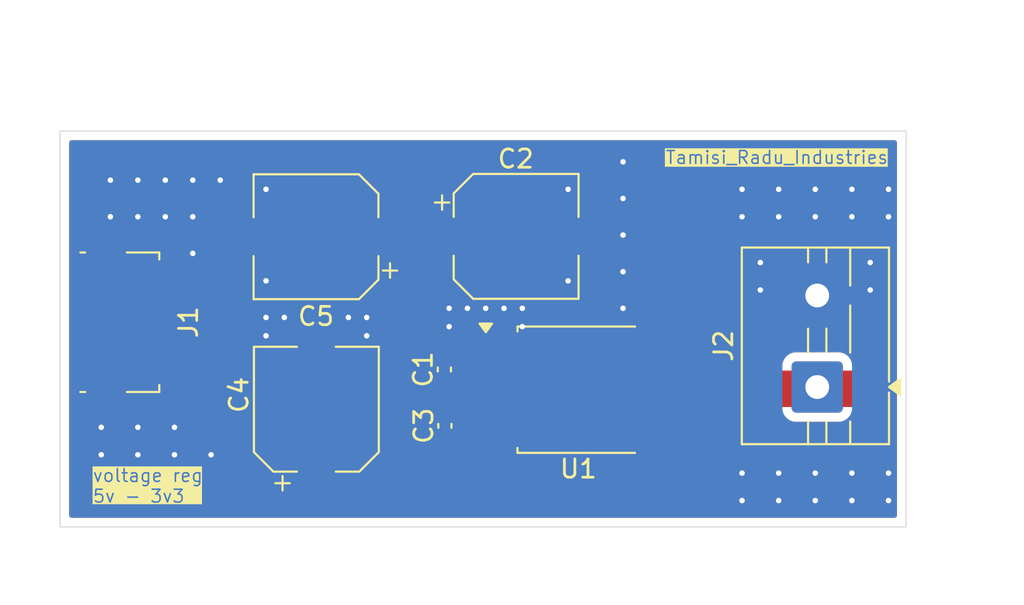
<source format=kicad_pcb>
(kicad_pcb (version 20241229) (generator "pcbnew") (generator_version "9.0")
  (layers (0 "F.Cu" signal) (2 "B.Cu" signal) (13 "F.Paste" user) (15 "B.Paste" user) (5 "F.SilkS" user "F.Silkscreen") (7 "B.SilkS" user "B.Silkscreen") (1 "F.Mask" user) (3 "B.Mask" user) (25 "Edge.Cuts" user))
  (net 0 "")
  (net 1 "GND")
  (net 2 "+3.3V")
  (net 3 "+5V")
  (footprint "Capacitor_SMD:CP_Elec_6.3x7.7" (layer "F.Cu") (at 143.23 98.09 180)
    (property "Reference" "C5" (at 0 -4.35 0) (layer "F.SilkS"))
    (property "Value" "22u")
    (fp_line (start 3.41 3.41) (end 3.41 1.06) (stroke (width 0.12)) (layer "F.SilkS"))
    (fp_line (start 3.41 -3.41) (end 3.41 -1.06) (stroke (width 0.12)) (layer "F.SilkS"))
    (fp_line (start -2.345563 3.41) (end 3.41 3.41) (stroke (width 0.12)) (layer "F.SilkS"))
    (fp_line (start -2.345563 -3.41) (end 3.41 -3.41) (stroke (width 0.12)) (layer "F.SilkS"))
    (fp_line (start -3.41 2.345563) (end -2.345563 3.41) (stroke (width 0.12)) (layer "F.SilkS"))
    (fp_line (start -3.41 2.345563) (end -3.41 1.06) (stroke (width 0.12)) (layer "F.SilkS"))
    (fp_line (start -3.41 -2.345563) (end -2.345563 -3.41) (stroke (width 0.12)) (layer "F.SilkS"))
    (fp_line (start -3.41 -2.345563) (end -3.41 -1.06) (stroke (width 0.12)) (layer "F.SilkS"))
    (fp_line (start -4.04375 -2.24125) (end -4.04375 -1.45375) (stroke (width 0.12)) (layer "F.SilkS"))
    (fp_line (start -4.4375 -1.8475) (end -3.65 -1.8475) (stroke (width 0.12)) (layer "F.SilkS"))
    (pad "1" smd roundrect (at -2.7 0 180) (size 3.5 1.6) (layers "F.Cu" "F.Mask" "F.Paste") (roundrect_rratio 0.15625) (net 2 "+3.3V"))
    (pad "2" smd roundrect (at 2.7 0 180) (size 3.5 1.6) (layers "F.Cu" "F.Mask" "F.Paste") (roundrect_rratio 0.15625) (net 1 "GND"))
  )
  (footprint "TerminalBlock:TerminalBlock_MaiXu_MX126-5.0-02P_1x02_P5.00mm" (layer "F.Cu") (at 170.6075 106.3 90)
    (property "Reference" "J2" (at 2.25 -5.12 90) (layer "F.SilkS"))
    (property "Value" "Screw_Terminal_01x02")
    (fp_line (start 7.62 -4.12) (end 7.62 3.92) (stroke (width 0.12)) (layer "F.SilkS"))
    (fp_line (start -3.12 -4.12) (end 7.62 -4.12) (stroke (width 0.12)) (layer "F.SilkS"))
    (fp_line (start 6.812 -0.5) (end 7.62 -0.5) (stroke (width 0.12)) (layer "F.SilkS"))
    (fp_line (start 1.88 -0.5) (end 3.188 -0.5) (stroke (width 0.12)) (layer "F.SilkS"))
    (fp_line (start -3.12 -0.5) (end -1.88 -0.5) (stroke (width 0.12)) (layer "F.SilkS"))
    (fp_line (start 6.812 0.5) (end 7.62 0.5) (stroke (width 0.12)) (layer "F.SilkS"))
    (fp_line (start 1.88 0.5) (end 3.188 0.5) (stroke (width 0.12)) (layer "F.SilkS"))
    (fp_line (start -3.12 0.5) (end -1.88 0.5) (stroke (width 0.12)) (layer "F.SilkS"))
    (fp_line (start 5.543 1.8) (end 7.62 1.8) (stroke (width 0.12)) (layer "F.SilkS"))
    (fp_line (start 1.88 1.8) (end 4.457 1.8) (stroke (width 0.12)) (layer "F.SilkS"))
    (fp_line (start -3.12 1.8) (end -1.88 1.8) (stroke (width 0.12)) (layer "F.SilkS"))
    (fp_line (start 7.62 3.92) (end 0.3 3.92) (stroke (width 0.12)) (layer "F.SilkS"))
    (fp_line (start -0.3 3.92) (end -3.12 3.92) (stroke (width 0.12)) (layer "F.SilkS"))
    (fp_line (start -3.12 3.92) (end -3.12 -4.12) (stroke (width 0.12)) (layer "F.SilkS"))
    (fp_poly (pts (xy 0 3.92) (xy 0.44 4.53) (xy -0.44 4.53)) (stroke (width 0.12)) (fill yes) (layer "F.SilkS"))
    (pad "1" thru_hole roundrect (at 0 0 90) (size 2.8 2.8) (drill 1.3) (layers "*.Cu" "*.Mask") (roundrect_rratio 0.089286) (net 2 "+3.3V"))
    (pad "2" thru_hole circle (at 5 0 90) (size 2.8 2.8) (drill 1.3) (layers "*.Cu" "*.Mask") (net 1 "GND"))
  )
  (footprint "Capacitor_SMD:CP_Elec_6.3x7.7" (layer "F.Cu") (at 154.16 98.07)
    (property "Reference" "C2" (at -0.02 -4.23 0) (layer "F.SilkS"))
    (property "Value" "22u")
    (fp_line (start -4.4375 -1.8475) (end -3.65 -1.8475) (stroke (width 0.12)) (layer "F.SilkS"))
    (fp_line (start -4.04375 -2.24125) (end -4.04375 -1.45375) (stroke (width 0.12)) (layer "F.SilkS"))
    (fp_line (start -3.41 -2.345563) (end -3.41 -1.06) (stroke (width 0.12)) (layer "F.SilkS"))
    (fp_line (start -3.41 -2.345563) (end -2.345563 -3.41) (stroke (width 0.12)) (layer "F.SilkS"))
    (fp_line (start -3.41 2.345563) (end -3.41 1.06) (stroke (width 0.12)) (layer "F.SilkS"))
    (fp_line (start -3.41 2.345563) (end -2.345563 3.41) (stroke (width 0.12)) (layer "F.SilkS"))
    (fp_line (start -2.345563 -3.41) (end 3.41 -3.41) (stroke (width 0.12)) (layer "F.SilkS"))
    (fp_line (start -2.345563 3.41) (end 3.41 3.41) (stroke (width 0.12)) (layer "F.SilkS"))
    (fp_line (start 3.41 -3.41) (end 3.41 -1.06) (stroke (width 0.12)) (layer "F.SilkS"))
    (fp_line (start 3.41 3.41) (end 3.41 1.06) (stroke (width 0.12)) (layer "F.SilkS"))
    (pad "1" smd roundrect (at -2.7 0) (size 3.5 1.6) (layers "F.Cu" "F.Mask" "F.Paste") (roundrect_rratio 0.15625) (net 2 "+3.3V"))
    (pad "2" smd roundrect (at 2.7 0) (size 3.5 1.6) (layers "F.Cu" "F.Mask" "F.Paste") (roundrect_rratio 0.15625) (net 1 "GND"))
  )
  (footprint "Capacitor_SMD:CP_Elec_6.3x7.7" (layer "F.Cu") (at 143.25 107.51 90)
    (property "Reference" "C4" (at 0.78 -4.23 90) (layer "F.SilkS"))
    (property "Value" "22u")
    (fp_line (start 3.41 -3.41) (end 3.41 -1.06) (stroke (width 0.12)) (layer "F.SilkS"))
    (fp_line (start -2.345563 -3.41) (end 3.41 -3.41) (stroke (width 0.12)) (layer "F.SilkS"))
    (fp_line (start -3.41 -2.345563) (end -2.345563 -3.41) (stroke (width 0.12)) (layer "F.SilkS"))
    (fp_line (start -3.41 -2.345563) (end -3.41 -1.06) (stroke (width 0.12)) (layer "F.SilkS"))
    (fp_line (start -4.04375 -2.24125) (end -4.04375 -1.45375) (stroke (width 0.12)) (layer "F.SilkS"))
    (fp_line (start -4.4375 -1.8475) (end -3.65 -1.8475) (stroke (width 0.12)) (layer "F.SilkS"))
    (fp_line (start -3.41 2.345563) (end -3.41 1.06) (stroke (width 0.12)) (layer "F.SilkS"))
    (fp_line (start -3.41 2.345563) (end -2.345563 3.41) (stroke (width 0.12)) (layer "F.SilkS"))
    (fp_line (start 3.41 3.41) (end 3.41 1.06) (stroke (width 0.12)) (layer "F.SilkS"))
    (fp_line (start -2.345563 3.41) (end 3.41 3.41) (stroke (width 0.12)) (layer "F.SilkS"))
    (pad "1" smd roundrect (at -2.7 0 90) (size 3.5 1.6) (layers "F.Cu" "F.Mask" "F.Paste") (roundrect_rratio 0.15625) (net 3 "+5V"))
    (pad "2" smd roundrect (at 2.7 0 90) (size 3.5 1.6) (layers "F.Cu" "F.Mask" "F.Paste") (roundrect_rratio 0.15625) (net 1 "GND"))
  )
  (footprint "Capacitor_SMD:C_0402_1005Metric" (layer "F.Cu") (at 150.27 108.42 90)
    (property "Reference" "C3" (at 0 -1.16 90) (layer "F.SilkS"))
    (property "Value" "100n")
    (fp_line (start -0.107836 -0.36) (end 0.107836 -0.36) (stroke (width 0.12)) (layer "F.SilkS"))
    (fp_line (start -0.107836 0.36) (end 0.107836 0.36) (stroke (width 0.12)) (layer "F.SilkS"))
    (pad "1" smd roundrect (at -0.48 0 90) (size 0.56 0.62) (layers "F.Cu" "F.Mask" "F.Paste") (net 3 "+5V"))
    (pad "2" smd roundrect (at 0.48 0 90) (size 0.56 0.62) (layers "F.Cu" "F.Mask" "F.Paste") (net 1 "GND"))
  )
  (footprint "Capacitor_SMD:C_0402_1005Metric" (layer "F.Cu") (at 150.24 105.34 90)
    (property "Reference" "C1" (at 0 -1.16 90) (layer "F.SilkS"))
    (property "Value" "100n")
    (fp_line (start -0.107836 -0.36) (end 0.107836 -0.36) (stroke (width 0.12)) (layer "F.SilkS"))
    (fp_line (start -0.107836 0.36) (end 0.107836 0.36) (stroke (width 0.12)) (layer "F.SilkS"))
    (pad "1" smd roundrect (at -0.48 0 90) (size 0.56 0.62) (layers "F.Cu" "F.Mask" "F.Paste") (net 2 "+3.3V"))
    (pad "2" smd roundrect (at 0.48 0 90) (size 0.56 0.62) (layers "F.Cu" "F.Mask" "F.Paste") (net 1 "GND"))
  )
  (footprint "Connector_USB:USB_Micro-B_Molex_47346-0001" (layer "F.Cu") (at 132.96 102.76 -90)
    (property "Reference" "J1" (at 0 -3.3 90) (layer "F.SilkS"))
    (property "Value" "USB_B_Micro")
    (fp_line (start -3.81 2.6) (end -3.81 2.34) (stroke (width 0.12)) (layer "F.SilkS"))
    (fp_line (start 3.81 2.34) (end 3.81 2.6) (stroke (width 0.12)) (layer "F.SilkS"))
    (fp_line (start -3.81 0.06) (end -3.81 -1.71) (stroke (width 0.12)) (layer "F.SilkS"))
    (fp_line (start -3.81 -1.71) (end -3.43 -1.71) (stroke (width 0.12)) (layer "F.SilkS"))
    (fp_line (start 3.81 -1.71) (end 3.81 0.06) (stroke (width 0.12)) (layer "F.SilkS"))
    (fp_line (start 3.81 -1.71) (end 3.43 -1.71) (stroke (width 0.12)) (layer "F.SilkS"))
    (pad "1" smd rect (at -1.3 -1.46 270) (size 0.45 1.38) (layers "F.Cu" "F.Mask" "F.Paste") (net 3 "+5V"))
    (pad "2" smd rect (at -0.65 -1.46 270) (size 0.45 1.38) (layers "F.Cu" "F.Mask" "F.Paste"))
    (pad "3" smd rect (at 0 -1.46 270) (size 0.45 1.38) (layers "F.Cu" "F.Mask" "F.Paste"))
    (pad "4" smd rect (at 0.65 -1.46 270) (size 0.45 1.38) (layers "F.Cu" "F.Mask" "F.Paste"))
    (pad "5" smd rect (at 1.3 -1.46 270) (size 0.45 1.38) (layers "F.Cu" "F.Mask" "F.Paste") (net 1 "GND"))
    (pad "6" smd rect (at -3.375 1.2 270) (size 1.65 1.3) (layers "F.Cu" "F.Mask" "F.Paste") (net 1 "GND"))
    (pad "6" smd rect (at -2.4875 -1.375 270) (size 1.425 1.55) (layers "F.Cu" "F.Mask" "F.Paste") (net 1 "GND"))
    (pad "6" smd rect (at -1.15 1.2 270) (size 1.8 1.9) (layers "F.Cu" "F.Mask" "F.Paste") (net 1 "GND"))
    (pad "6" smd rect (at 1.55 1.2 270) (size 1 1.9) (layers "F.Cu" "F.Mask" "F.Paste") (net 1 "GND"))
    (pad "6" smd rect (at 2.4875 -1.375 270) (size 1.425 1.55) (layers "F.Cu" "F.Mask" "F.Paste") (net 1 "GND"))
    (pad "6" smd rect (at 3.375 1.2 270) (size 1.65 1.3) (layers "F.Cu" "F.Mask" "F.Paste") (net 1 "GND"))
  )
  (footprint "Package_TO_SOT_SMD:TO-252-3_TabPin2" (layer "F.Cu") (at 157.545 106.445)
    (property "Reference" "U1" (at 0.015 4.325 0) (layer "F.SilkS"))
    (property "Value" "AMS1117CD-3.3")
    (fp_line (start -3.31 -3.45) (end -3.31 -3.18) (stroke (width 0.12)) (layer "F.SilkS"))
    (fp_line (start -3.31 3.45) (end -3.31 3.18) (stroke (width 0.12)) (layer "F.SilkS"))
    (fp_line (start 3.11 -3.45) (end -3.31 -3.45) (stroke (width 0.12)) (layer "F.SilkS"))
    (fp_line (start 3.11 3.45) (end -3.31 3.45) (stroke (width 0.12)) (layer "F.SilkS"))
    (fp_poly (pts (xy -5.04 -3.14) (xy -5.38 -3.61) (xy -4.7 -3.61)) (stroke (width 0.12)) (fill yes) (layer "F.SilkS"))
    (pad "1" smd roundrect (at -5.04 -2.28) (size 2.2 1.2) (layers "F.Cu" "F.Mask" "F.Paste") (roundrect_rratio 0.208333) (net 1 "GND"))
    (pad "2" smd roundrect (at -5.04 0) (size 2.2 1.2) (layers "F.Cu" "F.Mask" "F.Paste") (roundrect_rratio 0.208333) (net 2 "+3.3V"))
    (pad "2" smd roundrect (at 1.26 0) (size 6.4 5.8) (layers "F.Cu" "F.Mask") (roundrect_rratio 0.043103) (net 2 "+3.3V"))
    (pad "3" smd roundrect (at -5.04 2.28) (size 2.2 1.2) (layers "F.Cu" "F.Mask" "F.Paste") (roundrect_rratio 0.208333) (net 3 "+5V"))
  )
  (gr_rect (start 129.25 92.32) (end 175.46 113.94) (stroke (width 0.05)) (fill no) (layer "Edge.Cuts"))
  (gr_text "Tamisi_Radu_Industries" (at 162.28 94.17 0) (layer "F.SilkS" knockout) (effects (font (size 0.7 0.7) (thickness 0.0875)) (justify left bottom)))
  (gr_text "voltage reg\n5v - 3v3\n" (at 130.99 112.67 0) (layer "F.SilkS" knockout) (effects (font (size 0.7 0.7) (thickness 0.0875)) (justify left bottom)))
  (segment (start 134.42 104.06) (end 134.42 105.1625) (width 0.45) (layer "F.Cu") (net 1))
  (segment (start 147.44 107.94) (end 146 106.5) (width 0.4) (layer "F.Cu") (net 1))
  (segment (start 134.42 105.1625) (end 134.335 105.2475) (width 0.2) (layer "F.Cu") (net 1))
  (segment (start 150.27 107.94) (end 147.44 107.94) (width 0.4) (layer "F.Cu") (net 1))
  (segment (start 146 106.5) (end 146 103.5) (width 0.4) (layer "F.Cu") (net 1))
  (via (at 174.5 95.5) (size 0.6) (drill 0.3) (layers "F.Cu" "B.Cu") (net 1))
  (via (at 153.5 102) (size 0.6) (drill 0.3) (layers "F.Cu" "B.Cu") (net 1))
  (via (at 133.5 110) (size 0.6) (drill 0.3) (layers "F.Cu" "B.Cu") (net 1))
  (via (at 136.5 95) (size 0.6) (drill 0.3) (layers "F.Cu" "B.Cu") (net 1))
  (via (at 136.5 99) (size 0.6) (drill 0.3) (layers "F.Cu" "B.Cu") (net 1))
  (via (at 146 103.5) (size 0.6) (drill 0.3) (layers "F.Cu" "B.Cu") (net 1))
  (via (at 166.5 112.5) (size 0.6) (drill 0.3) (layers "F.Cu" "B.Cu") (net 1))
  (via (at 140.5 103.5) (size 0.6) (drill 0.3) (layers "F.Cu" "B.Cu") (net 1))
  (via (at 141.5 102.5) (size 0.6) (drill 0.3) (layers "F.Cu" "B.Cu") (net 1))
  (via (at 172.5 97) (size 0.6) (drill 0.3) (layers "F.Cu" "B.Cu") (net 1))
  (via (at 172.5 95.5) (size 0.6) (drill 0.3) (layers "F.Cu" "B.Cu") (net 1))
  (via (at 145 102.5) (size 0.6) (drill 0.3) (layers "F.Cu" "B.Cu") (net 1))
  (via (at 133.5 108.5) (size 0.6) (drill 0.3) (layers "F.Cu" "B.Cu") (net 1))
  (via (at 166.5 111) (size 0.6) (drill 0.3) (layers "F.Cu" "B.Cu") (net 1))
  (via (at 170.5 95.5) (size 0.6) (drill 0.3) (layers "F.Cu" "B.Cu") (net 1))
  (via (at 166.5 97) (size 0.6) (drill 0.3) (layers "F.Cu" "B.Cu") (net 1))
  (via (at 160 102) (size 0.6) (drill 0.3) (layers "F.Cu" "B.Cu") (net 1))
  (via (at 174.5 112.5) (size 0.6) (drill 0.3) (layers "F.Cu" "B.Cu") (net 1))
  (via (at 140.5 100.5) (size 0.6) (drill 0.3) (layers "F.Cu" "B.Cu") (net 1))
  (via (at 135.5 108.5) (size 0.6) (drill 0.3) (layers "F.Cu" "B.Cu") (net 1))
  (via (at 135 95) (size 0.6) (drill 0.3) (layers "F.Cu" "B.Cu") (net 1))
  (via (at 137.5 110) (size 0.6) (drill 0.3) (layers "F.Cu" "B.Cu") (net 1))
  (via (at 132 97) (size 0.6) (drill 0.3) (layers "F.Cu" "B.Cu") (net 1))
  (via (at 168.5 111) (size 0.6) (drill 0.3) (layers "F.Cu" "B.Cu") (net 1))
  (via (at 157 100.5) (size 0.6) (drill 0.3) (layers "F.Cu" "B.Cu") (net 1))
  (via (at 136.5 97) (size 0.6) (drill 0.3) (layers "F.Cu" "B.Cu") (net 1))
  (via (at 160 96) (size 0.6) (drill 0.3) (layers "F.Cu" "B.Cu") (net 1))
  (via (at 138 95) (size 0.6) (drill 0.3) (layers "F.Cu" "B.Cu") (net 1))
  (via (at 160 100) (size 0.6) (drill 0.3) (layers "F.Cu" "B.Cu") (net 1))
  (via (at 154.5 102) (size 0.6) (drill 0.3) (layers "F.Cu" "B.Cu") (net 1))
  (via (at 172.5 112.5) (size 0.6) (drill 0.3) (layers "F.Cu" "B.Cu") (net 1))
  (via (at 168.5 97) (size 0.6) (drill 0.3) (layers "F.Cu" "B.Cu") (net 1))
  (via (at 172.5 111) (size 0.6) (drill 0.3) (layers "F.Cu" "B.Cu") (net 1))
  (via (at 168.5 95.5) (size 0.6) (drill 0.3) (layers "F.Cu" "B.Cu") (net 1))
  (via (at 131.5 110) (size 0.6) (drill 0.3) (layers "F.Cu" "B.Cu") (net 1))
  (via (at 174.5 111) (size 0.6) (drill 0.3) (layers "F.Cu" "B.Cu") (net 1))
  (via (at 132 95) (size 0.6) (drill 0.3) (layers "F.Cu" "B.Cu") (net 1))
  (via (at 168.5 112.5) (size 0.6) (drill 0.3) (layers "F.Cu" "B.Cu") (net 1))
  (via (at 154.5 103) (size 0.6) (drill 0.3) (layers "F.Cu" "B.Cu") (net 1))
  (via (at 151.5 102) (size 0.6) (drill 0.3) (layers "F.Cu" "B.Cu") (net 1))
  (via (at 173.5 99.5) (size 0.6) (drill 0.3) (layers "F.Cu" "B.Cu") (net 1))
  (via (at 133.5 95) (size 0.6) (drill 0.3) (layers "F.Cu" "B.Cu") (net 1))
  (via (at 133.5 97) (size 0.6) (drill 0.3) (layers "F.Cu" "B.Cu") (net 1))
  (via (at 157 95.5) (size 0.6) (drill 0.3) (layers "F.Cu" "B.Cu") (net 1))
  (via (at 166.5 95.5) (size 0.6) (drill 0.3) (layers "F.Cu" "B.Cu") (net 1))
  (via (at 174.5 97) (size 0.6) (drill 0.3) (layers "F.Cu" "B.Cu") (net 1))
  (via (at 150.5 103) (size 0.6) (drill 0.3) (layers "F.Cu" "B.Cu") (net 1))
  (via (at 152.5 102) (size 0.6) (drill 0.3) (layers "F.Cu" "B.Cu") (net 1))
  (via (at 167.5 101) (size 0.6) (drill 0.3) (layers "F.Cu" "B.Cu") (net 1))
  (via (at 173.5 101) (size 0.6) (drill 0.3) (layers "F.Cu" "B.Cu") (net 1))
  (via (at 140.5 95.5) (size 0.6) (drill 0.3) (layers "F.Cu" "B.Cu") (net 1))
  (via (at 170.5 97) (size 0.6) (drill 0.3) (layers "F.Cu" "B.Cu") (net 1))
  (via (at 140.5 102.5) (size 0.6) (drill 0.3) (layers "F.Cu" "B.Cu") (net 1))
  (via (at 167.5 99.5) (size 0.6) (drill 0.3) (layers "F.Cu" "B.Cu") (net 1))
  (via (at 135 97) (size 0.6) (drill 0.3) (layers "F.Cu" "B.Cu") (net 1))
  (via (at 170.5 111) (size 0.6) (drill 0.3) (layers "F.Cu" "B.Cu") (net 1))
  (via (at 131.5 108.5) (size 0.6) (drill 0.3) (layers "F.Cu" "B.Cu") (net 1))
  (via (at 135.5 110) (size 0.6) (drill 0.3) (layers "F.Cu" "B.Cu") (net 1))
  (via (at 146 102.5) (size 0.6) (drill 0.3) (layers "F.Cu" "B.Cu") (net 1))
  (via (at 150.5 102) (size 0.6) (drill 0.3) (layers "F.Cu" "B.Cu") (net 1))
  (via (at 160 94) (size 0.6) (drill 0.3) (layers "F.Cu" "B.Cu") (net 1))
  (via (at 160 98) (size 0.6) (drill 0.3) (layers "F.Cu" "B.Cu") (net 1))
  (via (at 170.5 112.5) (size 0.6) (drill 0.3) (layers "F.Cu" "B.Cu") (net 1))
  (zone (net 3) (net_name "+5V") (layer "F.Cu") (priority 1) (connect_pads yes (clearance 0.5)) (min_thickness 0.25) (fill yes (thermal_gap 0.5) (thermal_bridge_width 0.5))
    (polygon (pts (xy 133.27 101.19) (xy 133.27 102.76) (xy 135.75 102.76) (xy 140.06 112.19) (xy 154.06 112.21) (xy 154.01 108.09) (xy 151.02 108.11) (xy 150.27 108.42) (xy 142.59 108.41) (xy 137.01 101.17)))
  )
  (zone (net 2) (net_name "+3.3V") (layer "F.Cu") (priority 2) (connect_pads yes (clearance 0.5)) (min_thickness 0.25) (fill yes (thermal_gap 0.5) (thermal_bridge_width 0.5))
    (polygon (pts (xy 153.51 96.99) (xy 153.53 99.22) (xy 148.87 99.22) (xy 148.86 105.39) (xy 172.84 105.4) (xy 172.83 107.39) (xy 147.61 107.41) (xy 147.62 99.22) (xy 143.98 99.19) (xy 143.95 96.98)))
  )
  (zone (net 1) (net_name "GND") (layers "F.Cu" "B.Cu") (connect_pads yes (clearance 0.5)) (min_thickness 0.25) (fill yes (thermal_gap 0.5) (thermal_bridge_width 0.5))
    (polygon (pts (xy 125.97 91.62) (xy 126.03 116.51) (xy 179.86 118.21) (xy 181.91 85.16)))
  )
)
</source>
